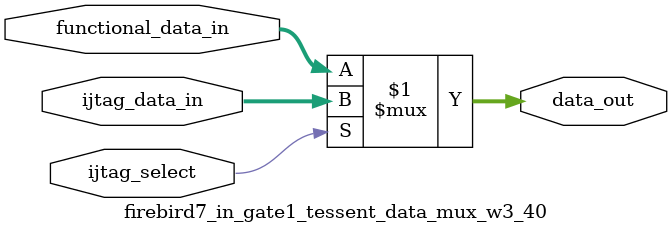
<source format=sv>

module firebird7_in_gate1_tessent_data_mux_w3_40 (
  input wire ijtag_select,
  input wire [2:0]  functional_data_in,
  input wire [2:0]  ijtag_data_in,
  output wire [2:0] data_out
);
assign data_out = (ijtag_select) ? ijtag_data_in : functional_data_in;
endmodule

</source>
